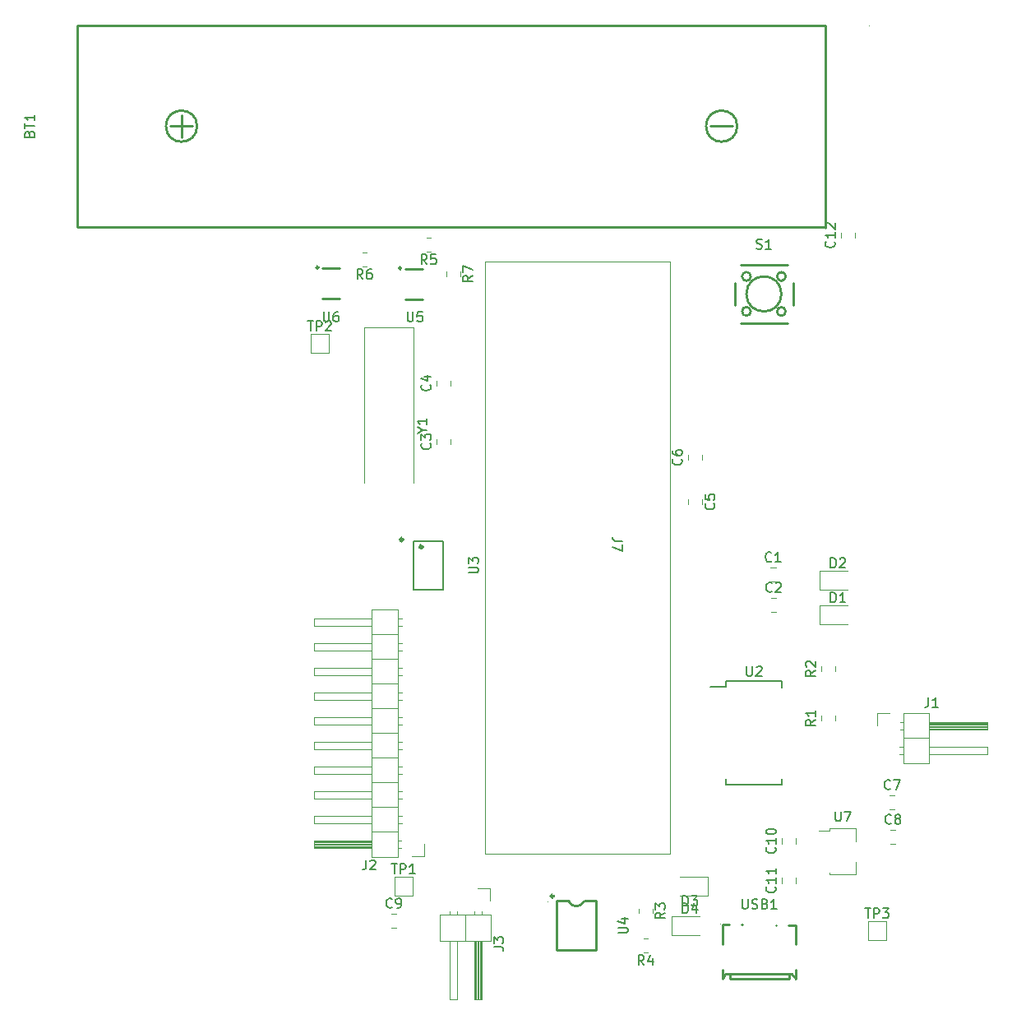
<source format=gbr>
%TF.GenerationSoftware,KiCad,Pcbnew,(7.0.0)*%
%TF.CreationDate,2023-03-21T11:28:41+02:00*%
%TF.ProjectId,EEE3088_design_project,45454533-3038-4385-9f64-657369676e5f,1.0*%
%TF.SameCoordinates,Original*%
%TF.FileFunction,Legend,Top*%
%TF.FilePolarity,Positive*%
%FSLAX46Y46*%
G04 Gerber Fmt 4.6, Leading zero omitted, Abs format (unit mm)*
G04 Created by KiCad (PCBNEW (7.0.0)) date 2023-03-21 11:28:41*
%MOMM*%
%LPD*%
G01*
G04 APERTURE LIST*
%ADD10C,0.150000*%
%ADD11C,0.120000*%
%ADD12C,0.254000*%
%ADD13C,0.059995*%
%ADD14C,0.152400*%
%ADD15C,0.300000*%
G04 APERTURE END LIST*
D10*
%TO.C,U7*%
X173482095Y-139123380D02*
X173482095Y-139932904D01*
X173482095Y-139932904D02*
X173529714Y-140028142D01*
X173529714Y-140028142D02*
X173577333Y-140075761D01*
X173577333Y-140075761D02*
X173672571Y-140123380D01*
X173672571Y-140123380D02*
X173863047Y-140123380D01*
X173863047Y-140123380D02*
X173958285Y-140075761D01*
X173958285Y-140075761D02*
X174005904Y-140028142D01*
X174005904Y-140028142D02*
X174053523Y-139932904D01*
X174053523Y-139932904D02*
X174053523Y-139123380D01*
X174434476Y-139123380D02*
X175101142Y-139123380D01*
X175101142Y-139123380D02*
X174672571Y-140123380D01*
%TO.C,R4*%
X153773333Y-154925380D02*
X153440000Y-154449190D01*
X153201905Y-154925380D02*
X153201905Y-153925380D01*
X153201905Y-153925380D02*
X153582857Y-153925380D01*
X153582857Y-153925380D02*
X153678095Y-153973000D01*
X153678095Y-153973000D02*
X153725714Y-154020619D01*
X153725714Y-154020619D02*
X153773333Y-154115857D01*
X153773333Y-154115857D02*
X153773333Y-154258714D01*
X153773333Y-154258714D02*
X153725714Y-154353952D01*
X153725714Y-154353952D02*
X153678095Y-154401571D01*
X153678095Y-154401571D02*
X153582857Y-154449190D01*
X153582857Y-154449190D02*
X153201905Y-154449190D01*
X154630476Y-154258714D02*
X154630476Y-154925380D01*
X154392381Y-153877761D02*
X154154286Y-154592047D01*
X154154286Y-154592047D02*
X154773333Y-154592047D01*
%TO.C,C8*%
X179223333Y-140324142D02*
X179175714Y-140371761D01*
X179175714Y-140371761D02*
X179032857Y-140419380D01*
X179032857Y-140419380D02*
X178937619Y-140419380D01*
X178937619Y-140419380D02*
X178794762Y-140371761D01*
X178794762Y-140371761D02*
X178699524Y-140276523D01*
X178699524Y-140276523D02*
X178651905Y-140181285D01*
X178651905Y-140181285D02*
X178604286Y-139990809D01*
X178604286Y-139990809D02*
X178604286Y-139847952D01*
X178604286Y-139847952D02*
X178651905Y-139657476D01*
X178651905Y-139657476D02*
X178699524Y-139562238D01*
X178699524Y-139562238D02*
X178794762Y-139467000D01*
X178794762Y-139467000D02*
X178937619Y-139419380D01*
X178937619Y-139419380D02*
X179032857Y-139419380D01*
X179032857Y-139419380D02*
X179175714Y-139467000D01*
X179175714Y-139467000D02*
X179223333Y-139514619D01*
X179794762Y-139847952D02*
X179699524Y-139800333D01*
X179699524Y-139800333D02*
X179651905Y-139752714D01*
X179651905Y-139752714D02*
X179604286Y-139657476D01*
X179604286Y-139657476D02*
X179604286Y-139609857D01*
X179604286Y-139609857D02*
X179651905Y-139514619D01*
X179651905Y-139514619D02*
X179699524Y-139467000D01*
X179699524Y-139467000D02*
X179794762Y-139419380D01*
X179794762Y-139419380D02*
X179985238Y-139419380D01*
X179985238Y-139419380D02*
X180080476Y-139467000D01*
X180080476Y-139467000D02*
X180128095Y-139514619D01*
X180128095Y-139514619D02*
X180175714Y-139609857D01*
X180175714Y-139609857D02*
X180175714Y-139657476D01*
X180175714Y-139657476D02*
X180128095Y-139752714D01*
X180128095Y-139752714D02*
X180080476Y-139800333D01*
X180080476Y-139800333D02*
X179985238Y-139847952D01*
X179985238Y-139847952D02*
X179794762Y-139847952D01*
X179794762Y-139847952D02*
X179699524Y-139895571D01*
X179699524Y-139895571D02*
X179651905Y-139943190D01*
X179651905Y-139943190D02*
X179604286Y-140038428D01*
X179604286Y-140038428D02*
X179604286Y-140228904D01*
X179604286Y-140228904D02*
X179651905Y-140324142D01*
X179651905Y-140324142D02*
X179699524Y-140371761D01*
X179699524Y-140371761D02*
X179794762Y-140419380D01*
X179794762Y-140419380D02*
X179985238Y-140419380D01*
X179985238Y-140419380D02*
X180080476Y-140371761D01*
X180080476Y-140371761D02*
X180128095Y-140324142D01*
X180128095Y-140324142D02*
X180175714Y-140228904D01*
X180175714Y-140228904D02*
X180175714Y-140038428D01*
X180175714Y-140038428D02*
X180128095Y-139943190D01*
X180128095Y-139943190D02*
X180080476Y-139895571D01*
X180080476Y-139895571D02*
X179985238Y-139847952D01*
%TO.C,J3*%
X138289380Y-153054333D02*
X139003666Y-153054333D01*
X139003666Y-153054333D02*
X139146523Y-153101952D01*
X139146523Y-153101952D02*
X139241761Y-153197190D01*
X139241761Y-153197190D02*
X139289380Y-153340047D01*
X139289380Y-153340047D02*
X139289380Y-153435285D01*
X138289380Y-152673380D02*
X138289380Y-152054333D01*
X138289380Y-152054333D02*
X138670333Y-152387666D01*
X138670333Y-152387666D02*
X138670333Y-152244809D01*
X138670333Y-152244809D02*
X138717952Y-152149571D01*
X138717952Y-152149571D02*
X138765571Y-152101952D01*
X138765571Y-152101952D02*
X138860809Y-152054333D01*
X138860809Y-152054333D02*
X139098904Y-152054333D01*
X139098904Y-152054333D02*
X139194142Y-152101952D01*
X139194142Y-152101952D02*
X139241761Y-152149571D01*
X139241761Y-152149571D02*
X139289380Y-152244809D01*
X139289380Y-152244809D02*
X139289380Y-152530523D01*
X139289380Y-152530523D02*
X139241761Y-152625761D01*
X139241761Y-152625761D02*
X139194142Y-152673380D01*
%TO.C,C10*%
X167248142Y-142816857D02*
X167295761Y-142864476D01*
X167295761Y-142864476D02*
X167343380Y-143007333D01*
X167343380Y-143007333D02*
X167343380Y-143102571D01*
X167343380Y-143102571D02*
X167295761Y-143245428D01*
X167295761Y-143245428D02*
X167200523Y-143340666D01*
X167200523Y-143340666D02*
X167105285Y-143388285D01*
X167105285Y-143388285D02*
X166914809Y-143435904D01*
X166914809Y-143435904D02*
X166771952Y-143435904D01*
X166771952Y-143435904D02*
X166581476Y-143388285D01*
X166581476Y-143388285D02*
X166486238Y-143340666D01*
X166486238Y-143340666D02*
X166391000Y-143245428D01*
X166391000Y-143245428D02*
X166343380Y-143102571D01*
X166343380Y-143102571D02*
X166343380Y-143007333D01*
X166343380Y-143007333D02*
X166391000Y-142864476D01*
X166391000Y-142864476D02*
X166438619Y-142816857D01*
X167343380Y-141864476D02*
X167343380Y-142435904D01*
X167343380Y-142150190D02*
X166343380Y-142150190D01*
X166343380Y-142150190D02*
X166486238Y-142245428D01*
X166486238Y-142245428D02*
X166581476Y-142340666D01*
X166581476Y-142340666D02*
X166629095Y-142435904D01*
X166343380Y-141245428D02*
X166343380Y-141150190D01*
X166343380Y-141150190D02*
X166391000Y-141054952D01*
X166391000Y-141054952D02*
X166438619Y-141007333D01*
X166438619Y-141007333D02*
X166533857Y-140959714D01*
X166533857Y-140959714D02*
X166724333Y-140912095D01*
X166724333Y-140912095D02*
X166962428Y-140912095D01*
X166962428Y-140912095D02*
X167152904Y-140959714D01*
X167152904Y-140959714D02*
X167248142Y-141007333D01*
X167248142Y-141007333D02*
X167295761Y-141054952D01*
X167295761Y-141054952D02*
X167343380Y-141150190D01*
X167343380Y-141150190D02*
X167343380Y-141245428D01*
X167343380Y-141245428D02*
X167295761Y-141340666D01*
X167295761Y-141340666D02*
X167248142Y-141388285D01*
X167248142Y-141388285D02*
X167152904Y-141435904D01*
X167152904Y-141435904D02*
X166962428Y-141483523D01*
X166962428Y-141483523D02*
X166724333Y-141483523D01*
X166724333Y-141483523D02*
X166533857Y-141435904D01*
X166533857Y-141435904D02*
X166438619Y-141388285D01*
X166438619Y-141388285D02*
X166391000Y-141340666D01*
X166391000Y-141340666D02*
X166343380Y-141245428D01*
%TO.C,C1*%
X166903833Y-113338142D02*
X166856214Y-113385761D01*
X166856214Y-113385761D02*
X166713357Y-113433380D01*
X166713357Y-113433380D02*
X166618119Y-113433380D01*
X166618119Y-113433380D02*
X166475262Y-113385761D01*
X166475262Y-113385761D02*
X166380024Y-113290523D01*
X166380024Y-113290523D02*
X166332405Y-113195285D01*
X166332405Y-113195285D02*
X166284786Y-113004809D01*
X166284786Y-113004809D02*
X166284786Y-112861952D01*
X166284786Y-112861952D02*
X166332405Y-112671476D01*
X166332405Y-112671476D02*
X166380024Y-112576238D01*
X166380024Y-112576238D02*
X166475262Y-112481000D01*
X166475262Y-112481000D02*
X166618119Y-112433380D01*
X166618119Y-112433380D02*
X166713357Y-112433380D01*
X166713357Y-112433380D02*
X166856214Y-112481000D01*
X166856214Y-112481000D02*
X166903833Y-112528619D01*
X167856214Y-113433380D02*
X167284786Y-113433380D01*
X167570500Y-113433380D02*
X167570500Y-112433380D01*
X167570500Y-112433380D02*
X167475262Y-112576238D01*
X167475262Y-112576238D02*
X167380024Y-112671476D01*
X167380024Y-112671476D02*
X167284786Y-112719095D01*
%TO.C,TP1*%
X127770095Y-144531380D02*
X128341523Y-144531380D01*
X128055809Y-145531380D02*
X128055809Y-144531380D01*
X128674857Y-145531380D02*
X128674857Y-144531380D01*
X128674857Y-144531380D02*
X129055809Y-144531380D01*
X129055809Y-144531380D02*
X129151047Y-144579000D01*
X129151047Y-144579000D02*
X129198666Y-144626619D01*
X129198666Y-144626619D02*
X129246285Y-144721857D01*
X129246285Y-144721857D02*
X129246285Y-144864714D01*
X129246285Y-144864714D02*
X129198666Y-144959952D01*
X129198666Y-144959952D02*
X129151047Y-145007571D01*
X129151047Y-145007571D02*
X129055809Y-145055190D01*
X129055809Y-145055190D02*
X128674857Y-145055190D01*
X130198666Y-145531380D02*
X129627238Y-145531380D01*
X129912952Y-145531380D02*
X129912952Y-144531380D01*
X129912952Y-144531380D02*
X129817714Y-144674238D01*
X129817714Y-144674238D02*
X129722476Y-144769476D01*
X129722476Y-144769476D02*
X129627238Y-144817095D01*
%TO.C,C2*%
X166965333Y-116448142D02*
X166917714Y-116495761D01*
X166917714Y-116495761D02*
X166774857Y-116543380D01*
X166774857Y-116543380D02*
X166679619Y-116543380D01*
X166679619Y-116543380D02*
X166536762Y-116495761D01*
X166536762Y-116495761D02*
X166441524Y-116400523D01*
X166441524Y-116400523D02*
X166393905Y-116305285D01*
X166393905Y-116305285D02*
X166346286Y-116114809D01*
X166346286Y-116114809D02*
X166346286Y-115971952D01*
X166346286Y-115971952D02*
X166393905Y-115781476D01*
X166393905Y-115781476D02*
X166441524Y-115686238D01*
X166441524Y-115686238D02*
X166536762Y-115591000D01*
X166536762Y-115591000D02*
X166679619Y-115543380D01*
X166679619Y-115543380D02*
X166774857Y-115543380D01*
X166774857Y-115543380D02*
X166917714Y-115591000D01*
X166917714Y-115591000D02*
X166965333Y-115638619D01*
X167346286Y-115638619D02*
X167393905Y-115591000D01*
X167393905Y-115591000D02*
X167489143Y-115543380D01*
X167489143Y-115543380D02*
X167727238Y-115543380D01*
X167727238Y-115543380D02*
X167822476Y-115591000D01*
X167822476Y-115591000D02*
X167870095Y-115638619D01*
X167870095Y-115638619D02*
X167917714Y-115733857D01*
X167917714Y-115733857D02*
X167917714Y-115829095D01*
X167917714Y-115829095D02*
X167870095Y-115971952D01*
X167870095Y-115971952D02*
X167298667Y-116543380D01*
X167298667Y-116543380D02*
X167917714Y-116543380D01*
%TO.C,D1*%
X172988905Y-117589380D02*
X172988905Y-116589380D01*
X172988905Y-116589380D02*
X173227000Y-116589380D01*
X173227000Y-116589380D02*
X173369857Y-116637000D01*
X173369857Y-116637000D02*
X173465095Y-116732238D01*
X173465095Y-116732238D02*
X173512714Y-116827476D01*
X173512714Y-116827476D02*
X173560333Y-117017952D01*
X173560333Y-117017952D02*
X173560333Y-117160809D01*
X173560333Y-117160809D02*
X173512714Y-117351285D01*
X173512714Y-117351285D02*
X173465095Y-117446523D01*
X173465095Y-117446523D02*
X173369857Y-117541761D01*
X173369857Y-117541761D02*
X173227000Y-117589380D01*
X173227000Y-117589380D02*
X172988905Y-117589380D01*
X174512714Y-117589380D02*
X173941286Y-117589380D01*
X174227000Y-117589380D02*
X174227000Y-116589380D01*
X174227000Y-116589380D02*
X174131762Y-116732238D01*
X174131762Y-116732238D02*
X174036524Y-116827476D01*
X174036524Y-116827476D02*
X173941286Y-116875095D01*
%TO.C,R5*%
X131421333Y-82789380D02*
X131088000Y-82313190D01*
X130849905Y-82789380D02*
X130849905Y-81789380D01*
X130849905Y-81789380D02*
X131230857Y-81789380D01*
X131230857Y-81789380D02*
X131326095Y-81837000D01*
X131326095Y-81837000D02*
X131373714Y-81884619D01*
X131373714Y-81884619D02*
X131421333Y-81979857D01*
X131421333Y-81979857D02*
X131421333Y-82122714D01*
X131421333Y-82122714D02*
X131373714Y-82217952D01*
X131373714Y-82217952D02*
X131326095Y-82265571D01*
X131326095Y-82265571D02*
X131230857Y-82313190D01*
X131230857Y-82313190D02*
X130849905Y-82313190D01*
X132326095Y-81789380D02*
X131849905Y-81789380D01*
X131849905Y-81789380D02*
X131802286Y-82265571D01*
X131802286Y-82265571D02*
X131849905Y-82217952D01*
X131849905Y-82217952D02*
X131945143Y-82170333D01*
X131945143Y-82170333D02*
X132183238Y-82170333D01*
X132183238Y-82170333D02*
X132278476Y-82217952D01*
X132278476Y-82217952D02*
X132326095Y-82265571D01*
X132326095Y-82265571D02*
X132373714Y-82360809D01*
X132373714Y-82360809D02*
X132373714Y-82598904D01*
X132373714Y-82598904D02*
X132326095Y-82694142D01*
X132326095Y-82694142D02*
X132278476Y-82741761D01*
X132278476Y-82741761D02*
X132183238Y-82789380D01*
X132183238Y-82789380D02*
X131945143Y-82789380D01*
X131945143Y-82789380D02*
X131849905Y-82741761D01*
X131849905Y-82741761D02*
X131802286Y-82694142D01*
%TO.C,C12*%
X173344142Y-80464857D02*
X173391761Y-80512476D01*
X173391761Y-80512476D02*
X173439380Y-80655333D01*
X173439380Y-80655333D02*
X173439380Y-80750571D01*
X173439380Y-80750571D02*
X173391761Y-80893428D01*
X173391761Y-80893428D02*
X173296523Y-80988666D01*
X173296523Y-80988666D02*
X173201285Y-81036285D01*
X173201285Y-81036285D02*
X173010809Y-81083904D01*
X173010809Y-81083904D02*
X172867952Y-81083904D01*
X172867952Y-81083904D02*
X172677476Y-81036285D01*
X172677476Y-81036285D02*
X172582238Y-80988666D01*
X172582238Y-80988666D02*
X172487000Y-80893428D01*
X172487000Y-80893428D02*
X172439380Y-80750571D01*
X172439380Y-80750571D02*
X172439380Y-80655333D01*
X172439380Y-80655333D02*
X172487000Y-80512476D01*
X172487000Y-80512476D02*
X172534619Y-80464857D01*
X173439380Y-79512476D02*
X173439380Y-80083904D01*
X173439380Y-79798190D02*
X172439380Y-79798190D01*
X172439380Y-79798190D02*
X172582238Y-79893428D01*
X172582238Y-79893428D02*
X172677476Y-79988666D01*
X172677476Y-79988666D02*
X172725095Y-80083904D01*
X172534619Y-79131523D02*
X172487000Y-79083904D01*
X172487000Y-79083904D02*
X172439380Y-78988666D01*
X172439380Y-78988666D02*
X172439380Y-78750571D01*
X172439380Y-78750571D02*
X172487000Y-78655333D01*
X172487000Y-78655333D02*
X172534619Y-78607714D01*
X172534619Y-78607714D02*
X172629857Y-78560095D01*
X172629857Y-78560095D02*
X172725095Y-78560095D01*
X172725095Y-78560095D02*
X172867952Y-78607714D01*
X172867952Y-78607714D02*
X173439380Y-79179142D01*
X173439380Y-79179142D02*
X173439380Y-78560095D01*
%TO.C,U5*%
X129410044Y-87693342D02*
X129410044Y-88502866D01*
X129410044Y-88502866D02*
X129457663Y-88598104D01*
X129457663Y-88598104D02*
X129505282Y-88645723D01*
X129505282Y-88645723D02*
X129600520Y-88693342D01*
X129600520Y-88693342D02*
X129790996Y-88693342D01*
X129790996Y-88693342D02*
X129886234Y-88645723D01*
X129886234Y-88645723D02*
X129933853Y-88598104D01*
X129933853Y-88598104D02*
X129981472Y-88502866D01*
X129981472Y-88502866D02*
X129981472Y-87693342D01*
X130933853Y-87693342D02*
X130457663Y-87693342D01*
X130457663Y-87693342D02*
X130410044Y-88169533D01*
X130410044Y-88169533D02*
X130457663Y-88121914D01*
X130457663Y-88121914D02*
X130552901Y-88074295D01*
X130552901Y-88074295D02*
X130790996Y-88074295D01*
X130790996Y-88074295D02*
X130886234Y-88121914D01*
X130886234Y-88121914D02*
X130933853Y-88169533D01*
X130933853Y-88169533D02*
X130981472Y-88264771D01*
X130981472Y-88264771D02*
X130981472Y-88502866D01*
X130981472Y-88502866D02*
X130933853Y-88598104D01*
X130933853Y-88598104D02*
X130886234Y-88645723D01*
X130886234Y-88645723D02*
X130790996Y-88693342D01*
X130790996Y-88693342D02*
X130552901Y-88693342D01*
X130552901Y-88693342D02*
X130457663Y-88645723D01*
X130457663Y-88645723D02*
X130410044Y-88598104D01*
%TO.C,S1*%
X165354095Y-81171761D02*
X165496952Y-81219380D01*
X165496952Y-81219380D02*
X165735047Y-81219380D01*
X165735047Y-81219380D02*
X165830285Y-81171761D01*
X165830285Y-81171761D02*
X165877904Y-81124142D01*
X165877904Y-81124142D02*
X165925523Y-81028904D01*
X165925523Y-81028904D02*
X165925523Y-80933666D01*
X165925523Y-80933666D02*
X165877904Y-80838428D01*
X165877904Y-80838428D02*
X165830285Y-80790809D01*
X165830285Y-80790809D02*
X165735047Y-80743190D01*
X165735047Y-80743190D02*
X165544571Y-80695571D01*
X165544571Y-80695571D02*
X165449333Y-80647952D01*
X165449333Y-80647952D02*
X165401714Y-80600333D01*
X165401714Y-80600333D02*
X165354095Y-80505095D01*
X165354095Y-80505095D02*
X165354095Y-80409857D01*
X165354095Y-80409857D02*
X165401714Y-80314619D01*
X165401714Y-80314619D02*
X165449333Y-80267000D01*
X165449333Y-80267000D02*
X165544571Y-80219380D01*
X165544571Y-80219380D02*
X165782666Y-80219380D01*
X165782666Y-80219380D02*
X165925523Y-80267000D01*
X166877904Y-81219380D02*
X166306476Y-81219380D01*
X166592190Y-81219380D02*
X166592190Y-80219380D01*
X166592190Y-80219380D02*
X166496952Y-80362238D01*
X166496952Y-80362238D02*
X166401714Y-80457476D01*
X166401714Y-80457476D02*
X166306476Y-80505095D01*
%TO.C,J1*%
X183064666Y-127394380D02*
X183064666Y-128108666D01*
X183064666Y-128108666D02*
X183017047Y-128251523D01*
X183017047Y-128251523D02*
X182921809Y-128346761D01*
X182921809Y-128346761D02*
X182778952Y-128394380D01*
X182778952Y-128394380D02*
X182683714Y-128394380D01*
X184064666Y-128394380D02*
X183493238Y-128394380D01*
X183778952Y-128394380D02*
X183778952Y-127394380D01*
X183778952Y-127394380D02*
X183683714Y-127537238D01*
X183683714Y-127537238D02*
X183588476Y-127632476D01*
X183588476Y-127632476D02*
X183493238Y-127680095D01*
%TO.C,C5*%
X160956142Y-107420666D02*
X161003761Y-107468285D01*
X161003761Y-107468285D02*
X161051380Y-107611142D01*
X161051380Y-107611142D02*
X161051380Y-107706380D01*
X161051380Y-107706380D02*
X161003761Y-107849237D01*
X161003761Y-107849237D02*
X160908523Y-107944475D01*
X160908523Y-107944475D02*
X160813285Y-107992094D01*
X160813285Y-107992094D02*
X160622809Y-108039713D01*
X160622809Y-108039713D02*
X160479952Y-108039713D01*
X160479952Y-108039713D02*
X160289476Y-107992094D01*
X160289476Y-107992094D02*
X160194238Y-107944475D01*
X160194238Y-107944475D02*
X160099000Y-107849237D01*
X160099000Y-107849237D02*
X160051380Y-107706380D01*
X160051380Y-107706380D02*
X160051380Y-107611142D01*
X160051380Y-107611142D02*
X160099000Y-107468285D01*
X160099000Y-107468285D02*
X160146619Y-107420666D01*
X160051380Y-106515904D02*
X160051380Y-106992094D01*
X160051380Y-106992094D02*
X160527571Y-107039713D01*
X160527571Y-107039713D02*
X160479952Y-106992094D01*
X160479952Y-106992094D02*
X160432333Y-106896856D01*
X160432333Y-106896856D02*
X160432333Y-106658761D01*
X160432333Y-106658761D02*
X160479952Y-106563523D01*
X160479952Y-106563523D02*
X160527571Y-106515904D01*
X160527571Y-106515904D02*
X160622809Y-106468285D01*
X160622809Y-106468285D02*
X160860904Y-106468285D01*
X160860904Y-106468285D02*
X160956142Y-106515904D01*
X160956142Y-106515904D02*
X161003761Y-106563523D01*
X161003761Y-106563523D02*
X161051380Y-106658761D01*
X161051380Y-106658761D02*
X161051380Y-106896856D01*
X161051380Y-106896856D02*
X161003761Y-106992094D01*
X161003761Y-106992094D02*
X160956142Y-107039713D01*
%TO.C,U6*%
X120774044Y-87687253D02*
X120774044Y-88496777D01*
X120774044Y-88496777D02*
X120821663Y-88592015D01*
X120821663Y-88592015D02*
X120869282Y-88639634D01*
X120869282Y-88639634D02*
X120964520Y-88687253D01*
X120964520Y-88687253D02*
X121154996Y-88687253D01*
X121154996Y-88687253D02*
X121250234Y-88639634D01*
X121250234Y-88639634D02*
X121297853Y-88592015D01*
X121297853Y-88592015D02*
X121345472Y-88496777D01*
X121345472Y-88496777D02*
X121345472Y-87687253D01*
X122250234Y-87687253D02*
X122059758Y-87687253D01*
X122059758Y-87687253D02*
X121964520Y-87734873D01*
X121964520Y-87734873D02*
X121916901Y-87782492D01*
X121916901Y-87782492D02*
X121821663Y-87925349D01*
X121821663Y-87925349D02*
X121774044Y-88115825D01*
X121774044Y-88115825D02*
X121774044Y-88496777D01*
X121774044Y-88496777D02*
X121821663Y-88592015D01*
X121821663Y-88592015D02*
X121869282Y-88639634D01*
X121869282Y-88639634D02*
X121964520Y-88687253D01*
X121964520Y-88687253D02*
X122154996Y-88687253D01*
X122154996Y-88687253D02*
X122250234Y-88639634D01*
X122250234Y-88639634D02*
X122297853Y-88592015D01*
X122297853Y-88592015D02*
X122345472Y-88496777D01*
X122345472Y-88496777D02*
X122345472Y-88258682D01*
X122345472Y-88258682D02*
X122297853Y-88163444D01*
X122297853Y-88163444D02*
X122250234Y-88115825D01*
X122250234Y-88115825D02*
X122154996Y-88068206D01*
X122154996Y-88068206D02*
X121964520Y-88068206D01*
X121964520Y-88068206D02*
X121869282Y-88115825D01*
X121869282Y-88115825D02*
X121821663Y-88163444D01*
X121821663Y-88163444D02*
X121774044Y-88258682D01*
%TO.C,D4*%
X157748905Y-149593380D02*
X157748905Y-148593380D01*
X157748905Y-148593380D02*
X157987000Y-148593380D01*
X157987000Y-148593380D02*
X158129857Y-148641000D01*
X158129857Y-148641000D02*
X158225095Y-148736238D01*
X158225095Y-148736238D02*
X158272714Y-148831476D01*
X158272714Y-148831476D02*
X158320333Y-149021952D01*
X158320333Y-149021952D02*
X158320333Y-149164809D01*
X158320333Y-149164809D02*
X158272714Y-149355285D01*
X158272714Y-149355285D02*
X158225095Y-149450523D01*
X158225095Y-149450523D02*
X158129857Y-149545761D01*
X158129857Y-149545761D02*
X157987000Y-149593380D01*
X157987000Y-149593380D02*
X157748905Y-149593380D01*
X159177476Y-148926714D02*
X159177476Y-149593380D01*
X158939381Y-148545761D02*
X158701286Y-149260047D01*
X158701286Y-149260047D02*
X159320333Y-149260047D01*
%TO.C,USB1*%
X163889908Y-148150551D02*
X163889908Y-148960075D01*
X163889908Y-148960075D02*
X163937527Y-149055313D01*
X163937527Y-149055313D02*
X163985146Y-149102932D01*
X163985146Y-149102932D02*
X164080384Y-149150551D01*
X164080384Y-149150551D02*
X164270860Y-149150551D01*
X164270860Y-149150551D02*
X164366098Y-149102932D01*
X164366098Y-149102932D02*
X164413717Y-149055313D01*
X164413717Y-149055313D02*
X164461336Y-148960075D01*
X164461336Y-148960075D02*
X164461336Y-148150551D01*
X164889908Y-149102932D02*
X165032765Y-149150551D01*
X165032765Y-149150551D02*
X165270860Y-149150551D01*
X165270860Y-149150551D02*
X165366098Y-149102932D01*
X165366098Y-149102932D02*
X165413717Y-149055313D01*
X165413717Y-149055313D02*
X165461336Y-148960075D01*
X165461336Y-148960075D02*
X165461336Y-148864837D01*
X165461336Y-148864837D02*
X165413717Y-148769599D01*
X165413717Y-148769599D02*
X165366098Y-148721980D01*
X165366098Y-148721980D02*
X165270860Y-148674361D01*
X165270860Y-148674361D02*
X165080384Y-148626742D01*
X165080384Y-148626742D02*
X164985146Y-148579123D01*
X164985146Y-148579123D02*
X164937527Y-148531504D01*
X164937527Y-148531504D02*
X164889908Y-148436266D01*
X164889908Y-148436266D02*
X164889908Y-148341028D01*
X164889908Y-148341028D02*
X164937527Y-148245790D01*
X164937527Y-148245790D02*
X164985146Y-148198171D01*
X164985146Y-148198171D02*
X165080384Y-148150551D01*
X165080384Y-148150551D02*
X165318479Y-148150551D01*
X165318479Y-148150551D02*
X165461336Y-148198171D01*
X166223241Y-148626742D02*
X166366098Y-148674361D01*
X166366098Y-148674361D02*
X166413717Y-148721980D01*
X166413717Y-148721980D02*
X166461336Y-148817218D01*
X166461336Y-148817218D02*
X166461336Y-148960075D01*
X166461336Y-148960075D02*
X166413717Y-149055313D01*
X166413717Y-149055313D02*
X166366098Y-149102932D01*
X166366098Y-149102932D02*
X166270860Y-149150551D01*
X166270860Y-149150551D02*
X165889908Y-149150551D01*
X165889908Y-149150551D02*
X165889908Y-148150551D01*
X165889908Y-148150551D02*
X166223241Y-148150551D01*
X166223241Y-148150551D02*
X166318479Y-148198171D01*
X166318479Y-148198171D02*
X166366098Y-148245790D01*
X166366098Y-148245790D02*
X166413717Y-148341028D01*
X166413717Y-148341028D02*
X166413717Y-148436266D01*
X166413717Y-148436266D02*
X166366098Y-148531504D01*
X166366098Y-148531504D02*
X166318479Y-148579123D01*
X166318479Y-148579123D02*
X166223241Y-148626742D01*
X166223241Y-148626742D02*
X165889908Y-148626742D01*
X167413717Y-149150551D02*
X166842289Y-149150551D01*
X167128003Y-149150551D02*
X167128003Y-148150551D01*
X167128003Y-148150551D02*
X167032765Y-148293409D01*
X167032765Y-148293409D02*
X166937527Y-148388647D01*
X166937527Y-148388647D02*
X166842289Y-148436266D01*
%TO.C,C9*%
X127827833Y-148960142D02*
X127780214Y-149007761D01*
X127780214Y-149007761D02*
X127637357Y-149055380D01*
X127637357Y-149055380D02*
X127542119Y-149055380D01*
X127542119Y-149055380D02*
X127399262Y-149007761D01*
X127399262Y-149007761D02*
X127304024Y-148912523D01*
X127304024Y-148912523D02*
X127256405Y-148817285D01*
X127256405Y-148817285D02*
X127208786Y-148626809D01*
X127208786Y-148626809D02*
X127208786Y-148483952D01*
X127208786Y-148483952D02*
X127256405Y-148293476D01*
X127256405Y-148293476D02*
X127304024Y-148198238D01*
X127304024Y-148198238D02*
X127399262Y-148103000D01*
X127399262Y-148103000D02*
X127542119Y-148055380D01*
X127542119Y-148055380D02*
X127637357Y-148055380D01*
X127637357Y-148055380D02*
X127780214Y-148103000D01*
X127780214Y-148103000D02*
X127827833Y-148150619D01*
X128304024Y-149055380D02*
X128494500Y-149055380D01*
X128494500Y-149055380D02*
X128589738Y-149007761D01*
X128589738Y-149007761D02*
X128637357Y-148960142D01*
X128637357Y-148960142D02*
X128732595Y-148817285D01*
X128732595Y-148817285D02*
X128780214Y-148626809D01*
X128780214Y-148626809D02*
X128780214Y-148245857D01*
X128780214Y-148245857D02*
X128732595Y-148150619D01*
X128732595Y-148150619D02*
X128684976Y-148103000D01*
X128684976Y-148103000D02*
X128589738Y-148055380D01*
X128589738Y-148055380D02*
X128399262Y-148055380D01*
X128399262Y-148055380D02*
X128304024Y-148103000D01*
X128304024Y-148103000D02*
X128256405Y-148150619D01*
X128256405Y-148150619D02*
X128208786Y-148245857D01*
X128208786Y-148245857D02*
X128208786Y-148483952D01*
X128208786Y-148483952D02*
X128256405Y-148579190D01*
X128256405Y-148579190D02*
X128304024Y-148626809D01*
X128304024Y-148626809D02*
X128399262Y-148674428D01*
X128399262Y-148674428D02*
X128589738Y-148674428D01*
X128589738Y-148674428D02*
X128684976Y-148626809D01*
X128684976Y-148626809D02*
X128732595Y-148579190D01*
X128732595Y-148579190D02*
X128780214Y-148483952D01*
%TO.C,R2*%
X171437380Y-124610666D02*
X170961190Y-124943999D01*
X171437380Y-125182094D02*
X170437380Y-125182094D01*
X170437380Y-125182094D02*
X170437380Y-124801142D01*
X170437380Y-124801142D02*
X170485000Y-124705904D01*
X170485000Y-124705904D02*
X170532619Y-124658285D01*
X170532619Y-124658285D02*
X170627857Y-124610666D01*
X170627857Y-124610666D02*
X170770714Y-124610666D01*
X170770714Y-124610666D02*
X170865952Y-124658285D01*
X170865952Y-124658285D02*
X170913571Y-124705904D01*
X170913571Y-124705904D02*
X170961190Y-124801142D01*
X170961190Y-124801142D02*
X170961190Y-125182094D01*
X170532619Y-124229713D02*
X170485000Y-124182094D01*
X170485000Y-124182094D02*
X170437380Y-124086856D01*
X170437380Y-124086856D02*
X170437380Y-123848761D01*
X170437380Y-123848761D02*
X170485000Y-123753523D01*
X170485000Y-123753523D02*
X170532619Y-123705904D01*
X170532619Y-123705904D02*
X170627857Y-123658285D01*
X170627857Y-123658285D02*
X170723095Y-123658285D01*
X170723095Y-123658285D02*
X170865952Y-123705904D01*
X170865952Y-123705904D02*
X171437380Y-124277332D01*
X171437380Y-124277332D02*
X171437380Y-123658285D01*
%TO.C,C7*%
X179135833Y-136768142D02*
X179088214Y-136815761D01*
X179088214Y-136815761D02*
X178945357Y-136863380D01*
X178945357Y-136863380D02*
X178850119Y-136863380D01*
X178850119Y-136863380D02*
X178707262Y-136815761D01*
X178707262Y-136815761D02*
X178612024Y-136720523D01*
X178612024Y-136720523D02*
X178564405Y-136625285D01*
X178564405Y-136625285D02*
X178516786Y-136434809D01*
X178516786Y-136434809D02*
X178516786Y-136291952D01*
X178516786Y-136291952D02*
X178564405Y-136101476D01*
X178564405Y-136101476D02*
X178612024Y-136006238D01*
X178612024Y-136006238D02*
X178707262Y-135911000D01*
X178707262Y-135911000D02*
X178850119Y-135863380D01*
X178850119Y-135863380D02*
X178945357Y-135863380D01*
X178945357Y-135863380D02*
X179088214Y-135911000D01*
X179088214Y-135911000D02*
X179135833Y-135958619D01*
X179469167Y-135863380D02*
X180135833Y-135863380D01*
X180135833Y-135863380D02*
X179707262Y-136863380D01*
%TO.C,D3*%
X157748905Y-148829380D02*
X157748905Y-147829380D01*
X157748905Y-147829380D02*
X157987000Y-147829380D01*
X157987000Y-147829380D02*
X158129857Y-147877000D01*
X158129857Y-147877000D02*
X158225095Y-147972238D01*
X158225095Y-147972238D02*
X158272714Y-148067476D01*
X158272714Y-148067476D02*
X158320333Y-148257952D01*
X158320333Y-148257952D02*
X158320333Y-148400809D01*
X158320333Y-148400809D02*
X158272714Y-148591285D01*
X158272714Y-148591285D02*
X158225095Y-148686523D01*
X158225095Y-148686523D02*
X158129857Y-148781761D01*
X158129857Y-148781761D02*
X157987000Y-148829380D01*
X157987000Y-148829380D02*
X157748905Y-148829380D01*
X158653667Y-147829380D02*
X159272714Y-147829380D01*
X159272714Y-147829380D02*
X158939381Y-148210333D01*
X158939381Y-148210333D02*
X159082238Y-148210333D01*
X159082238Y-148210333D02*
X159177476Y-148257952D01*
X159177476Y-148257952D02*
X159225095Y-148305571D01*
X159225095Y-148305571D02*
X159272714Y-148400809D01*
X159272714Y-148400809D02*
X159272714Y-148638904D01*
X159272714Y-148638904D02*
X159225095Y-148734142D01*
X159225095Y-148734142D02*
X159177476Y-148781761D01*
X159177476Y-148781761D02*
X159082238Y-148829380D01*
X159082238Y-148829380D02*
X158796524Y-148829380D01*
X158796524Y-148829380D02*
X158701286Y-148781761D01*
X158701286Y-148781761D02*
X158653667Y-148734142D01*
%TO.C,J2*%
X125132666Y-144126380D02*
X125132666Y-144840666D01*
X125132666Y-144840666D02*
X125085047Y-144983523D01*
X125085047Y-144983523D02*
X124989809Y-145078761D01*
X124989809Y-145078761D02*
X124846952Y-145126380D01*
X124846952Y-145126380D02*
X124751714Y-145126380D01*
X125561238Y-144221619D02*
X125608857Y-144174000D01*
X125608857Y-144174000D02*
X125704095Y-144126380D01*
X125704095Y-144126380D02*
X125942190Y-144126380D01*
X125942190Y-144126380D02*
X126037428Y-144174000D01*
X126037428Y-144174000D02*
X126085047Y-144221619D01*
X126085047Y-144221619D02*
X126132666Y-144316857D01*
X126132666Y-144316857D02*
X126132666Y-144412095D01*
X126132666Y-144412095D02*
X126085047Y-144554952D01*
X126085047Y-144554952D02*
X125513619Y-145126380D01*
X125513619Y-145126380D02*
X126132666Y-145126380D01*
%TO.C,R1*%
X171437380Y-129690666D02*
X170961190Y-130023999D01*
X171437380Y-130262094D02*
X170437380Y-130262094D01*
X170437380Y-130262094D02*
X170437380Y-129881142D01*
X170437380Y-129881142D02*
X170485000Y-129785904D01*
X170485000Y-129785904D02*
X170532619Y-129738285D01*
X170532619Y-129738285D02*
X170627857Y-129690666D01*
X170627857Y-129690666D02*
X170770714Y-129690666D01*
X170770714Y-129690666D02*
X170865952Y-129738285D01*
X170865952Y-129738285D02*
X170913571Y-129785904D01*
X170913571Y-129785904D02*
X170961190Y-129881142D01*
X170961190Y-129881142D02*
X170961190Y-130262094D01*
X171437380Y-128738285D02*
X171437380Y-129309713D01*
X171437380Y-129023999D02*
X170437380Y-129023999D01*
X170437380Y-129023999D02*
X170580238Y-129119237D01*
X170580238Y-129119237D02*
X170675476Y-129214475D01*
X170675476Y-129214475D02*
X170723095Y-129309713D01*
%TO.C,D2*%
X172988905Y-114033380D02*
X172988905Y-113033380D01*
X172988905Y-113033380D02*
X173227000Y-113033380D01*
X173227000Y-113033380D02*
X173369857Y-113081000D01*
X173369857Y-113081000D02*
X173465095Y-113176238D01*
X173465095Y-113176238D02*
X173512714Y-113271476D01*
X173512714Y-113271476D02*
X173560333Y-113461952D01*
X173560333Y-113461952D02*
X173560333Y-113604809D01*
X173560333Y-113604809D02*
X173512714Y-113795285D01*
X173512714Y-113795285D02*
X173465095Y-113890523D01*
X173465095Y-113890523D02*
X173369857Y-113985761D01*
X173369857Y-113985761D02*
X173227000Y-114033380D01*
X173227000Y-114033380D02*
X172988905Y-114033380D01*
X173941286Y-113128619D02*
X173988905Y-113081000D01*
X173988905Y-113081000D02*
X174084143Y-113033380D01*
X174084143Y-113033380D02*
X174322238Y-113033380D01*
X174322238Y-113033380D02*
X174417476Y-113081000D01*
X174417476Y-113081000D02*
X174465095Y-113128619D01*
X174465095Y-113128619D02*
X174512714Y-113223857D01*
X174512714Y-113223857D02*
X174512714Y-113319095D01*
X174512714Y-113319095D02*
X174465095Y-113461952D01*
X174465095Y-113461952D02*
X173893667Y-114033380D01*
X173893667Y-114033380D02*
X174512714Y-114033380D01*
%TO.C,C11*%
X167248142Y-146880857D02*
X167295761Y-146928476D01*
X167295761Y-146928476D02*
X167343380Y-147071333D01*
X167343380Y-147071333D02*
X167343380Y-147166571D01*
X167343380Y-147166571D02*
X167295761Y-147309428D01*
X167295761Y-147309428D02*
X167200523Y-147404666D01*
X167200523Y-147404666D02*
X167105285Y-147452285D01*
X167105285Y-147452285D02*
X166914809Y-147499904D01*
X166914809Y-147499904D02*
X166771952Y-147499904D01*
X166771952Y-147499904D02*
X166581476Y-147452285D01*
X166581476Y-147452285D02*
X166486238Y-147404666D01*
X166486238Y-147404666D02*
X166391000Y-147309428D01*
X166391000Y-147309428D02*
X166343380Y-147166571D01*
X166343380Y-147166571D02*
X166343380Y-147071333D01*
X166343380Y-147071333D02*
X166391000Y-146928476D01*
X166391000Y-146928476D02*
X166438619Y-146880857D01*
X167343380Y-145928476D02*
X167343380Y-146499904D01*
X167343380Y-146214190D02*
X166343380Y-146214190D01*
X166343380Y-146214190D02*
X166486238Y-146309428D01*
X166486238Y-146309428D02*
X166581476Y-146404666D01*
X166581476Y-146404666D02*
X166629095Y-146499904D01*
X167343380Y-144976095D02*
X167343380Y-145547523D01*
X167343380Y-145261809D02*
X166343380Y-145261809D01*
X166343380Y-145261809D02*
X166486238Y-145357047D01*
X166486238Y-145357047D02*
X166581476Y-145452285D01*
X166581476Y-145452285D02*
X166629095Y-145547523D01*
%TO.C,U3*%
X135711796Y-114553904D02*
X136521320Y-114553904D01*
X136521320Y-114553904D02*
X136616558Y-114506285D01*
X136616558Y-114506285D02*
X136664177Y-114458666D01*
X136664177Y-114458666D02*
X136711796Y-114363428D01*
X136711796Y-114363428D02*
X136711796Y-114172952D01*
X136711796Y-114172952D02*
X136664177Y-114077714D01*
X136664177Y-114077714D02*
X136616558Y-114030095D01*
X136616558Y-114030095D02*
X136521320Y-113982476D01*
X136521320Y-113982476D02*
X135711796Y-113982476D01*
X135711796Y-113601523D02*
X135711796Y-112982476D01*
X135711796Y-112982476D02*
X136092749Y-113315809D01*
X136092749Y-113315809D02*
X136092749Y-113172952D01*
X136092749Y-113172952D02*
X136140368Y-113077714D01*
X136140368Y-113077714D02*
X136187987Y-113030095D01*
X136187987Y-113030095D02*
X136283225Y-112982476D01*
X136283225Y-112982476D02*
X136521320Y-112982476D01*
X136521320Y-112982476D02*
X136616558Y-113030095D01*
X136616558Y-113030095D02*
X136664177Y-113077714D01*
X136664177Y-113077714D02*
X136711796Y-113172952D01*
X136711796Y-113172952D02*
X136711796Y-113458666D01*
X136711796Y-113458666D02*
X136664177Y-113553904D01*
X136664177Y-113553904D02*
X136616558Y-113601523D01*
%TO.C,BT1*%
X90477205Y-69365714D02*
X90524824Y-69222857D01*
X90524824Y-69222857D02*
X90572443Y-69175238D01*
X90572443Y-69175238D02*
X90667681Y-69127619D01*
X90667681Y-69127619D02*
X90810538Y-69127619D01*
X90810538Y-69127619D02*
X90905776Y-69175238D01*
X90905776Y-69175238D02*
X90953395Y-69222857D01*
X90953395Y-69222857D02*
X91001014Y-69318095D01*
X91001014Y-69318095D02*
X91001014Y-69699047D01*
X91001014Y-69699047D02*
X90001014Y-69699047D01*
X90001014Y-69699047D02*
X90001014Y-69365714D01*
X90001014Y-69365714D02*
X90048634Y-69270476D01*
X90048634Y-69270476D02*
X90096253Y-69222857D01*
X90096253Y-69222857D02*
X90191491Y-69175238D01*
X90191491Y-69175238D02*
X90286729Y-69175238D01*
X90286729Y-69175238D02*
X90381967Y-69222857D01*
X90381967Y-69222857D02*
X90429586Y-69270476D01*
X90429586Y-69270476D02*
X90477205Y-69365714D01*
X90477205Y-69365714D02*
X90477205Y-69699047D01*
X90001014Y-68841904D02*
X90001014Y-68270476D01*
X91001014Y-68556190D02*
X90001014Y-68556190D01*
X91001014Y-67413333D02*
X91001014Y-67984761D01*
X91001014Y-67699047D02*
X90001014Y-67699047D01*
X90001014Y-67699047D02*
X90143872Y-67794285D01*
X90143872Y-67794285D02*
X90239110Y-67889523D01*
X90239110Y-67889523D02*
X90286729Y-67984761D01*
%TO.C,TP3*%
X176538095Y-149103380D02*
X177109523Y-149103380D01*
X176823809Y-150103380D02*
X176823809Y-149103380D01*
X177442857Y-150103380D02*
X177442857Y-149103380D01*
X177442857Y-149103380D02*
X177823809Y-149103380D01*
X177823809Y-149103380D02*
X177919047Y-149151000D01*
X177919047Y-149151000D02*
X177966666Y-149198619D01*
X177966666Y-149198619D02*
X178014285Y-149293857D01*
X178014285Y-149293857D02*
X178014285Y-149436714D01*
X178014285Y-149436714D02*
X177966666Y-149531952D01*
X177966666Y-149531952D02*
X177919047Y-149579571D01*
X177919047Y-149579571D02*
X177823809Y-149627190D01*
X177823809Y-149627190D02*
X177442857Y-149627190D01*
X178347619Y-149103380D02*
X178966666Y-149103380D01*
X178966666Y-149103380D02*
X178633333Y-149484333D01*
X178633333Y-149484333D02*
X178776190Y-149484333D01*
X178776190Y-149484333D02*
X178871428Y-149531952D01*
X178871428Y-149531952D02*
X178919047Y-149579571D01*
X178919047Y-149579571D02*
X178966666Y-149674809D01*
X178966666Y-149674809D02*
X178966666Y-149912904D01*
X178966666Y-149912904D02*
X178919047Y-150008142D01*
X178919047Y-150008142D02*
X178871428Y-150055761D01*
X178871428Y-150055761D02*
X178776190Y-150103380D01*
X178776190Y-150103380D02*
X178490476Y-150103380D01*
X178490476Y-150103380D02*
X178395238Y-150055761D01*
X178395238Y-150055761D02*
X178347619Y-150008142D01*
%TO.C,J7*%
X151526619Y-111306666D02*
X150812333Y-111306666D01*
X150812333Y-111306666D02*
X150669476Y-111259047D01*
X150669476Y-111259047D02*
X150574238Y-111163809D01*
X150574238Y-111163809D02*
X150526619Y-111020952D01*
X150526619Y-111020952D02*
X150526619Y-110925714D01*
X151526619Y-111687619D02*
X151526619Y-112354285D01*
X151526619Y-112354285D02*
X150526619Y-111925714D01*
%TO.C,TP2*%
X119134095Y-88651380D02*
X119705523Y-88651380D01*
X119419809Y-89651380D02*
X119419809Y-88651380D01*
X120038857Y-89651380D02*
X120038857Y-88651380D01*
X120038857Y-88651380D02*
X120419809Y-88651380D01*
X120419809Y-88651380D02*
X120515047Y-88699000D01*
X120515047Y-88699000D02*
X120562666Y-88746619D01*
X120562666Y-88746619D02*
X120610285Y-88841857D01*
X120610285Y-88841857D02*
X120610285Y-88984714D01*
X120610285Y-88984714D02*
X120562666Y-89079952D01*
X120562666Y-89079952D02*
X120515047Y-89127571D01*
X120515047Y-89127571D02*
X120419809Y-89175190D01*
X120419809Y-89175190D02*
X120038857Y-89175190D01*
X120991238Y-88746619D02*
X121038857Y-88699000D01*
X121038857Y-88699000D02*
X121134095Y-88651380D01*
X121134095Y-88651380D02*
X121372190Y-88651380D01*
X121372190Y-88651380D02*
X121467428Y-88699000D01*
X121467428Y-88699000D02*
X121515047Y-88746619D01*
X121515047Y-88746619D02*
X121562666Y-88841857D01*
X121562666Y-88841857D02*
X121562666Y-88937095D01*
X121562666Y-88937095D02*
X121515047Y-89079952D01*
X121515047Y-89079952D02*
X120943619Y-89651380D01*
X120943619Y-89651380D02*
X121562666Y-89651380D01*
%TO.C,R7*%
X136129380Y-83970666D02*
X135653190Y-84303999D01*
X136129380Y-84542094D02*
X135129380Y-84542094D01*
X135129380Y-84542094D02*
X135129380Y-84161142D01*
X135129380Y-84161142D02*
X135177000Y-84065904D01*
X135177000Y-84065904D02*
X135224619Y-84018285D01*
X135224619Y-84018285D02*
X135319857Y-83970666D01*
X135319857Y-83970666D02*
X135462714Y-83970666D01*
X135462714Y-83970666D02*
X135557952Y-84018285D01*
X135557952Y-84018285D02*
X135605571Y-84065904D01*
X135605571Y-84065904D02*
X135653190Y-84161142D01*
X135653190Y-84161142D02*
X135653190Y-84542094D01*
X135129380Y-83637332D02*
X135129380Y-82970666D01*
X135129380Y-82970666D02*
X136129380Y-83399237D01*
%TO.C,C3*%
X131721142Y-101225666D02*
X131768761Y-101273285D01*
X131768761Y-101273285D02*
X131816380Y-101416142D01*
X131816380Y-101416142D02*
X131816380Y-101511380D01*
X131816380Y-101511380D02*
X131768761Y-101654237D01*
X131768761Y-101654237D02*
X131673523Y-101749475D01*
X131673523Y-101749475D02*
X131578285Y-101797094D01*
X131578285Y-101797094D02*
X131387809Y-101844713D01*
X131387809Y-101844713D02*
X131244952Y-101844713D01*
X131244952Y-101844713D02*
X131054476Y-101797094D01*
X131054476Y-101797094D02*
X130959238Y-101749475D01*
X130959238Y-101749475D02*
X130864000Y-101654237D01*
X130864000Y-101654237D02*
X130816380Y-101511380D01*
X130816380Y-101511380D02*
X130816380Y-101416142D01*
X130816380Y-101416142D02*
X130864000Y-101273285D01*
X130864000Y-101273285D02*
X130911619Y-101225666D01*
X130816380Y-100892332D02*
X130816380Y-100273285D01*
X130816380Y-100273285D02*
X131197333Y-100606618D01*
X131197333Y-100606618D02*
X131197333Y-100463761D01*
X131197333Y-100463761D02*
X131244952Y-100368523D01*
X131244952Y-100368523D02*
X131292571Y-100320904D01*
X131292571Y-100320904D02*
X131387809Y-100273285D01*
X131387809Y-100273285D02*
X131625904Y-100273285D01*
X131625904Y-100273285D02*
X131721142Y-100320904D01*
X131721142Y-100320904D02*
X131768761Y-100368523D01*
X131768761Y-100368523D02*
X131816380Y-100463761D01*
X131816380Y-100463761D02*
X131816380Y-100749475D01*
X131816380Y-100749475D02*
X131768761Y-100844713D01*
X131768761Y-100844713D02*
X131721142Y-100892332D01*
%TO.C,U4*%
X151087686Y-151637904D02*
X151897210Y-151637904D01*
X151897210Y-151637904D02*
X151992448Y-151590285D01*
X151992448Y-151590285D02*
X152040067Y-151542666D01*
X152040067Y-151542666D02*
X152087686Y-151447428D01*
X152087686Y-151447428D02*
X152087686Y-151256952D01*
X152087686Y-151256952D02*
X152040067Y-151161714D01*
X152040067Y-151161714D02*
X151992448Y-151114095D01*
X151992448Y-151114095D02*
X151897210Y-151066476D01*
X151897210Y-151066476D02*
X151087686Y-151066476D01*
X151421020Y-150161714D02*
X152087686Y-150161714D01*
X151040067Y-150399809D02*
X151754353Y-150637904D01*
X151754353Y-150637904D02*
X151754353Y-150018857D01*
%TO.C,C4*%
X131721142Y-95195666D02*
X131768761Y-95243285D01*
X131768761Y-95243285D02*
X131816380Y-95386142D01*
X131816380Y-95386142D02*
X131816380Y-95481380D01*
X131816380Y-95481380D02*
X131768761Y-95624237D01*
X131768761Y-95624237D02*
X131673523Y-95719475D01*
X131673523Y-95719475D02*
X131578285Y-95767094D01*
X131578285Y-95767094D02*
X131387809Y-95814713D01*
X131387809Y-95814713D02*
X131244952Y-95814713D01*
X131244952Y-95814713D02*
X131054476Y-95767094D01*
X131054476Y-95767094D02*
X130959238Y-95719475D01*
X130959238Y-95719475D02*
X130864000Y-95624237D01*
X130864000Y-95624237D02*
X130816380Y-95481380D01*
X130816380Y-95481380D02*
X130816380Y-95386142D01*
X130816380Y-95386142D02*
X130864000Y-95243285D01*
X130864000Y-95243285D02*
X130911619Y-95195666D01*
X131149714Y-94338523D02*
X131816380Y-94338523D01*
X130768761Y-94576618D02*
X131483047Y-94814713D01*
X131483047Y-94814713D02*
X131483047Y-94195666D01*
%TO.C,R6*%
X124817333Y-84313380D02*
X124484000Y-83837190D01*
X124245905Y-84313380D02*
X124245905Y-83313380D01*
X124245905Y-83313380D02*
X124626857Y-83313380D01*
X124626857Y-83313380D02*
X124722095Y-83361000D01*
X124722095Y-83361000D02*
X124769714Y-83408619D01*
X124769714Y-83408619D02*
X124817333Y-83503857D01*
X124817333Y-83503857D02*
X124817333Y-83646714D01*
X124817333Y-83646714D02*
X124769714Y-83741952D01*
X124769714Y-83741952D02*
X124722095Y-83789571D01*
X124722095Y-83789571D02*
X124626857Y-83837190D01*
X124626857Y-83837190D02*
X124245905Y-83837190D01*
X125674476Y-83313380D02*
X125484000Y-83313380D01*
X125484000Y-83313380D02*
X125388762Y-83361000D01*
X125388762Y-83361000D02*
X125341143Y-83408619D01*
X125341143Y-83408619D02*
X125245905Y-83551476D01*
X125245905Y-83551476D02*
X125198286Y-83741952D01*
X125198286Y-83741952D02*
X125198286Y-84122904D01*
X125198286Y-84122904D02*
X125245905Y-84218142D01*
X125245905Y-84218142D02*
X125293524Y-84265761D01*
X125293524Y-84265761D02*
X125388762Y-84313380D01*
X125388762Y-84313380D02*
X125579238Y-84313380D01*
X125579238Y-84313380D02*
X125674476Y-84265761D01*
X125674476Y-84265761D02*
X125722095Y-84218142D01*
X125722095Y-84218142D02*
X125769714Y-84122904D01*
X125769714Y-84122904D02*
X125769714Y-83884809D01*
X125769714Y-83884809D02*
X125722095Y-83789571D01*
X125722095Y-83789571D02*
X125674476Y-83741952D01*
X125674476Y-83741952D02*
X125579238Y-83694333D01*
X125579238Y-83694333D02*
X125388762Y-83694333D01*
X125388762Y-83694333D02*
X125293524Y-83741952D01*
X125293524Y-83741952D02*
X125245905Y-83789571D01*
X125245905Y-83789571D02*
X125198286Y-83884809D01*
%TO.C,Y1*%
X130949190Y-99885690D02*
X131425380Y-99885690D01*
X130425380Y-100219023D02*
X130949190Y-99885690D01*
X130949190Y-99885690D02*
X130425380Y-99552357D01*
X131425380Y-98695214D02*
X131425380Y-99266642D01*
X131425380Y-98980928D02*
X130425380Y-98980928D01*
X130425380Y-98980928D02*
X130568238Y-99076166D01*
X130568238Y-99076166D02*
X130663476Y-99171404D01*
X130663476Y-99171404D02*
X130711095Y-99266642D01*
%TO.C,R3*%
X155941380Y-149534666D02*
X155465190Y-149867999D01*
X155941380Y-150106094D02*
X154941380Y-150106094D01*
X154941380Y-150106094D02*
X154941380Y-149725142D01*
X154941380Y-149725142D02*
X154989000Y-149629904D01*
X154989000Y-149629904D02*
X155036619Y-149582285D01*
X155036619Y-149582285D02*
X155131857Y-149534666D01*
X155131857Y-149534666D02*
X155274714Y-149534666D01*
X155274714Y-149534666D02*
X155369952Y-149582285D01*
X155369952Y-149582285D02*
X155417571Y-149629904D01*
X155417571Y-149629904D02*
X155465190Y-149725142D01*
X155465190Y-149725142D02*
X155465190Y-150106094D01*
X154941380Y-149201332D02*
X154941380Y-148582285D01*
X154941380Y-148582285D02*
X155322333Y-148915618D01*
X155322333Y-148915618D02*
X155322333Y-148772761D01*
X155322333Y-148772761D02*
X155369952Y-148677523D01*
X155369952Y-148677523D02*
X155417571Y-148629904D01*
X155417571Y-148629904D02*
X155512809Y-148582285D01*
X155512809Y-148582285D02*
X155750904Y-148582285D01*
X155750904Y-148582285D02*
X155846142Y-148629904D01*
X155846142Y-148629904D02*
X155893761Y-148677523D01*
X155893761Y-148677523D02*
X155941380Y-148772761D01*
X155941380Y-148772761D02*
X155941380Y-149058475D01*
X155941380Y-149058475D02*
X155893761Y-149153713D01*
X155893761Y-149153713D02*
X155846142Y-149201332D01*
%TO.C,U2*%
X164338095Y-124181380D02*
X164338095Y-124990904D01*
X164338095Y-124990904D02*
X164385714Y-125086142D01*
X164385714Y-125086142D02*
X164433333Y-125133761D01*
X164433333Y-125133761D02*
X164528571Y-125181380D01*
X164528571Y-125181380D02*
X164719047Y-125181380D01*
X164719047Y-125181380D02*
X164814285Y-125133761D01*
X164814285Y-125133761D02*
X164861904Y-125086142D01*
X164861904Y-125086142D02*
X164909523Y-124990904D01*
X164909523Y-124990904D02*
X164909523Y-124181380D01*
X165338095Y-124276619D02*
X165385714Y-124229000D01*
X165385714Y-124229000D02*
X165480952Y-124181380D01*
X165480952Y-124181380D02*
X165719047Y-124181380D01*
X165719047Y-124181380D02*
X165814285Y-124229000D01*
X165814285Y-124229000D02*
X165861904Y-124276619D01*
X165861904Y-124276619D02*
X165909523Y-124371857D01*
X165909523Y-124371857D02*
X165909523Y-124467095D01*
X165909523Y-124467095D02*
X165861904Y-124609952D01*
X165861904Y-124609952D02*
X165290476Y-125181380D01*
X165290476Y-125181380D02*
X165909523Y-125181380D01*
%TO.C,C6*%
X157596142Y-102848666D02*
X157643761Y-102896285D01*
X157643761Y-102896285D02*
X157691380Y-103039142D01*
X157691380Y-103039142D02*
X157691380Y-103134380D01*
X157691380Y-103134380D02*
X157643761Y-103277237D01*
X157643761Y-103277237D02*
X157548523Y-103372475D01*
X157548523Y-103372475D02*
X157453285Y-103420094D01*
X157453285Y-103420094D02*
X157262809Y-103467713D01*
X157262809Y-103467713D02*
X157119952Y-103467713D01*
X157119952Y-103467713D02*
X156929476Y-103420094D01*
X156929476Y-103420094D02*
X156834238Y-103372475D01*
X156834238Y-103372475D02*
X156739000Y-103277237D01*
X156739000Y-103277237D02*
X156691380Y-103134380D01*
X156691380Y-103134380D02*
X156691380Y-103039142D01*
X156691380Y-103039142D02*
X156739000Y-102896285D01*
X156739000Y-102896285D02*
X156786619Y-102848666D01*
X156691380Y-101991523D02*
X156691380Y-102181999D01*
X156691380Y-102181999D02*
X156739000Y-102277237D01*
X156739000Y-102277237D02*
X156786619Y-102324856D01*
X156786619Y-102324856D02*
X156929476Y-102420094D01*
X156929476Y-102420094D02*
X157119952Y-102467713D01*
X157119952Y-102467713D02*
X157500904Y-102467713D01*
X157500904Y-102467713D02*
X157596142Y-102420094D01*
X157596142Y-102420094D02*
X157643761Y-102372475D01*
X157643761Y-102372475D02*
X157691380Y-102277237D01*
X157691380Y-102277237D02*
X157691380Y-102086761D01*
X157691380Y-102086761D02*
X157643761Y-101991523D01*
X157643761Y-101991523D02*
X157596142Y-101943904D01*
X157596142Y-101943904D02*
X157500904Y-101896285D01*
X157500904Y-101896285D02*
X157262809Y-101896285D01*
X157262809Y-101896285D02*
X157167571Y-101943904D01*
X157167571Y-101943904D02*
X157119952Y-101991523D01*
X157119952Y-101991523D02*
X157072333Y-102086761D01*
X157072333Y-102086761D02*
X157072333Y-102277237D01*
X157072333Y-102277237D02*
X157119952Y-102372475D01*
X157119952Y-102372475D02*
X157167571Y-102420094D01*
X157167571Y-102420094D02*
X157262809Y-102467713D01*
D11*
%TO.C,U7*%
X171744000Y-141126000D02*
X172884000Y-141126000D01*
X172884000Y-140896000D02*
X172884000Y-141126000D01*
X172884000Y-140896000D02*
X175604000Y-140896000D01*
X172884000Y-145616000D02*
X172884000Y-145386000D01*
X175604000Y-140896000D02*
X175604000Y-142206000D01*
X175604000Y-144306000D02*
X175604000Y-145616000D01*
X175604000Y-145616000D02*
X172884000Y-145616000D01*
%TO.C,R4*%
X154167064Y-153643000D02*
X153712936Y-153643000D01*
X154167064Y-152173000D02*
X153712936Y-152173000D01*
%TO.C,C8*%
X179128748Y-140997000D02*
X179651252Y-140997000D01*
X179128748Y-142467000D02*
X179651252Y-142467000D01*
%TO.C,J3*%
X137922000Y-147066000D02*
X137922000Y-148336000D01*
X136652000Y-147066000D02*
X137922000Y-147066000D01*
X134492000Y-149378929D02*
X134492000Y-149776000D01*
X133732000Y-149378929D02*
X133732000Y-149776000D01*
X137032000Y-149446000D02*
X137032000Y-149776000D01*
X136272000Y-149446000D02*
X136272000Y-149776000D01*
X137982000Y-149776000D02*
X132782000Y-149776000D01*
X135382000Y-149776000D02*
X135382000Y-152436000D01*
X132782000Y-149776000D02*
X132782000Y-152436000D01*
X137982000Y-152436000D02*
X137982000Y-149776000D01*
X137032000Y-152436000D02*
X137032000Y-158436000D01*
X136972000Y-152436000D02*
X136972000Y-158436000D01*
X136852000Y-152436000D02*
X136852000Y-158436000D01*
X136732000Y-152436000D02*
X136732000Y-158436000D01*
X136612000Y-152436000D02*
X136612000Y-158436000D01*
X136492000Y-152436000D02*
X136492000Y-158436000D01*
X136372000Y-152436000D02*
X136372000Y-158436000D01*
X134492000Y-152436000D02*
X134492000Y-158436000D01*
X132782000Y-152436000D02*
X137982000Y-152436000D01*
X137032000Y-158436000D02*
X136272000Y-158436000D01*
X136272000Y-158436000D02*
X136272000Y-152436000D01*
X134492000Y-158436000D02*
X133732000Y-158436000D01*
X133732000Y-158436000D02*
X133732000Y-152436000D01*
%TO.C,C10*%
X167921000Y-142435252D02*
X167921000Y-141912748D01*
X169391000Y-142435252D02*
X169391000Y-141912748D01*
%TO.C,C1*%
X166809248Y-114011000D02*
X167331752Y-114011000D01*
X166809248Y-115481000D02*
X167331752Y-115481000D01*
%TO.C,TP1*%
X128082000Y-145862000D02*
X129982000Y-145862000D01*
X128082000Y-147762000D02*
X128082000Y-145862000D01*
X129982000Y-145862000D02*
X129982000Y-147762000D01*
X129982000Y-147762000D02*
X128082000Y-147762000D01*
%TO.C,C2*%
X166870748Y-117121000D02*
X167393252Y-117121000D01*
X166870748Y-118591000D02*
X167393252Y-118591000D01*
%TO.C,D1*%
X171867000Y-117912000D02*
X171867000Y-119832000D01*
X171867000Y-119832000D02*
X174727000Y-119832000D01*
X174727000Y-117912000D02*
X171867000Y-117912000D01*
%TO.C,R5*%
X131815064Y-81507000D02*
X131360936Y-81507000D01*
X131815064Y-80037000D02*
X131360936Y-80037000D01*
%TO.C,C12*%
X174017000Y-80083252D02*
X174017000Y-79560748D01*
X175487000Y-80083252D02*
X175487000Y-79560748D01*
D12*
%TO.C,U5*%
X130948000Y-86385911D02*
X129147975Y-86385911D01*
X130948000Y-83285886D02*
X129147975Y-83285886D01*
X128777997Y-83184997D02*
G75*
G03*
X128777997Y-83184997I-127000J0D01*
G01*
D13*
X128677973Y-83400923D02*
G75*
G03*
X128677973Y-83400923I-29998J0D01*
G01*
D12*
%TO.C,S1*%
X163116000Y-86998914D02*
X163116000Y-84705086D01*
X163711885Y-82852000D02*
X168520115Y-82852000D01*
X168520115Y-88852000D02*
X163711885Y-88852000D01*
X169116000Y-84705086D02*
X169116000Y-86998914D01*
D13*
X162445947Y-82852000D02*
G75*
G03*
X162445947Y-82852000I-29972J0D01*
G01*
D12*
X164763193Y-84051898D02*
G75*
G03*
X164763193Y-84051898I-447295J0D01*
G01*
X164763193Y-87652102D02*
G75*
G03*
X164763193Y-87652102I-447295J0D01*
G01*
X167916102Y-85852000D02*
G75*
G03*
X167916102Y-85852000I-1800102J0D01*
G01*
X168363396Y-84052152D02*
G75*
G03*
X168363396Y-84052152I-447294J0D01*
G01*
X168363396Y-87652102D02*
G75*
G03*
X168363396Y-87652102I-447294J0D01*
G01*
D11*
%TO.C,J1*%
X177743000Y-129027000D02*
X179013000Y-129027000D01*
X177743000Y-130297000D02*
X177743000Y-129027000D01*
X180055929Y-132457000D02*
X180453000Y-132457000D01*
X180055929Y-133217000D02*
X180453000Y-133217000D01*
X180123000Y-129917000D02*
X180453000Y-129917000D01*
X180123000Y-130677000D02*
X180453000Y-130677000D01*
X180453000Y-128967000D02*
X180453000Y-134167000D01*
X180453000Y-131567000D02*
X183113000Y-131567000D01*
X180453000Y-134167000D02*
X183113000Y-134167000D01*
X183113000Y-128967000D02*
X180453000Y-128967000D01*
X183113000Y-129917000D02*
X189113000Y-129917000D01*
X183113000Y-129977000D02*
X189113000Y-129977000D01*
X183113000Y-130097000D02*
X189113000Y-130097000D01*
X183113000Y-130217000D02*
X189113000Y-130217000D01*
X183113000Y-130337000D02*
X189113000Y-130337000D01*
X183113000Y-130457000D02*
X189113000Y-130457000D01*
X183113000Y-130577000D02*
X189113000Y-130577000D01*
X183113000Y-132457000D02*
X189113000Y-132457000D01*
X183113000Y-134167000D02*
X183113000Y-128967000D01*
X189113000Y-129917000D02*
X189113000Y-130677000D01*
X189113000Y-130677000D02*
X183113000Y-130677000D01*
X189113000Y-132457000D02*
X189113000Y-133217000D01*
X189113000Y-133217000D02*
X183113000Y-133217000D01*
%TO.C,C5*%
X159739000Y-106992748D02*
X159739000Y-107515252D01*
X158269000Y-106992748D02*
X158269000Y-107515252D01*
D12*
%TO.C,U6*%
X122435949Y-86319873D02*
X120635924Y-86319873D01*
X122435949Y-83219848D02*
X120635924Y-83219848D01*
X120265946Y-83118959D02*
G75*
G03*
X120265946Y-83118959I-127000J0D01*
G01*
D13*
X120165922Y-83334885D02*
G75*
G03*
X120165922Y-83334885I-29998J0D01*
G01*
D11*
%TO.C,D4*%
X156627000Y-149916000D02*
X156627000Y-151836000D01*
X156627000Y-151836000D02*
X159487000Y-151836000D01*
X159487000Y-149916000D02*
X156627000Y-149916000D01*
D12*
%TO.C,USB1*%
X161848005Y-150783171D02*
X162576733Y-150786066D01*
X161857987Y-156353173D02*
X161862534Y-155413422D01*
X161872999Y-152773696D02*
X161876707Y-152565924D01*
X161872999Y-152773696D02*
X161908000Y-150813168D01*
X161875285Y-152773341D02*
X161876123Y-152598766D01*
X162158013Y-155833158D02*
X161857987Y-156353173D01*
X162608000Y-155813168D02*
X162158013Y-155833158D01*
X162608000Y-155813168D02*
X162608000Y-156313168D01*
X162608000Y-155813168D02*
X168708000Y-155813168D01*
X162608000Y-156313168D02*
X168697992Y-156343166D01*
X163794411Y-150790892D02*
X163876885Y-150791222D01*
X167339140Y-150804964D02*
X167406984Y-150805218D01*
X168663804Y-150810222D02*
X169408000Y-150813168D01*
X168697992Y-156343166D02*
X168708000Y-155813168D01*
X168708000Y-155813168D02*
X169008000Y-155813168D01*
X169008000Y-155813168D02*
X169408000Y-156313168D01*
X169408000Y-150813168D02*
X169408000Y-152786320D01*
X169408000Y-156313168D02*
X169408000Y-155402475D01*
D13*
X161667944Y-150732218D02*
G75*
G03*
X161667944Y-150732218I-29997J0D01*
G01*
D11*
%TO.C,C9*%
X127733248Y-149633000D02*
X128255752Y-149633000D01*
X127733248Y-151103000D02*
X128255752Y-151103000D01*
%TO.C,R2*%
X171985000Y-124671064D02*
X171985000Y-124216936D01*
X173455000Y-124671064D02*
X173455000Y-124216936D01*
%TO.C,C7*%
X179041248Y-137441000D02*
X179563752Y-137441000D01*
X179041248Y-138911000D02*
X179563752Y-138911000D01*
%TO.C,D3*%
X160347000Y-147772000D02*
X160347000Y-145852000D01*
X160347000Y-145852000D02*
X157487000Y-145852000D01*
X157487000Y-147772000D02*
X160347000Y-147772000D01*
%TO.C,J2*%
X131121000Y-143759000D02*
X129851000Y-143759000D01*
X131121000Y-142489000D02*
X131121000Y-143759000D01*
X128808071Y-140329000D02*
X128411000Y-140329000D01*
X128808071Y-139569000D02*
X128411000Y-139569000D01*
X128808071Y-137789000D02*
X128411000Y-137789000D01*
X128808071Y-137029000D02*
X128411000Y-137029000D01*
X128808071Y-135249000D02*
X128411000Y-135249000D01*
X128808071Y-134489000D02*
X128411000Y-134489000D01*
X128808071Y-132709000D02*
X128411000Y-132709000D01*
X128808071Y-131949000D02*
X128411000Y-131949000D01*
X128808071Y-130169000D02*
X128411000Y-130169000D01*
X128808071Y-129409000D02*
X128411000Y-129409000D01*
X128808071Y-127629000D02*
X128411000Y-127629000D01*
X128808071Y-126869000D02*
X128411000Y-126869000D01*
X128808071Y-125089000D02*
X128411000Y-125089000D01*
X128808071Y-124329000D02*
X128411000Y-124329000D01*
X128808071Y-122549000D02*
X128411000Y-122549000D01*
X128808071Y-121789000D02*
X128411000Y-121789000D01*
X128808071Y-120009000D02*
X128411000Y-120009000D01*
X128808071Y-119249000D02*
X128411000Y-119249000D01*
X128741000Y-142869000D02*
X128411000Y-142869000D01*
X128741000Y-142109000D02*
X128411000Y-142109000D01*
X128411000Y-143819000D02*
X128411000Y-118299000D01*
X128411000Y-141219000D02*
X125751000Y-141219000D01*
X128411000Y-138679000D02*
X125751000Y-138679000D01*
X128411000Y-136139000D02*
X125751000Y-136139000D01*
X128411000Y-133599000D02*
X125751000Y-133599000D01*
X128411000Y-131059000D02*
X125751000Y-131059000D01*
X128411000Y-128519000D02*
X125751000Y-128519000D01*
X128411000Y-125979000D02*
X125751000Y-125979000D01*
X128411000Y-123439000D02*
X125751000Y-123439000D01*
X128411000Y-120899000D02*
X125751000Y-120899000D01*
X128411000Y-118299000D02*
X125751000Y-118299000D01*
X125751000Y-143819000D02*
X128411000Y-143819000D01*
X125751000Y-142869000D02*
X119751000Y-142869000D01*
X125751000Y-142809000D02*
X119751000Y-142809000D01*
X125751000Y-142689000D02*
X119751000Y-142689000D01*
X125751000Y-142569000D02*
X119751000Y-142569000D01*
X125751000Y-142449000D02*
X119751000Y-142449000D01*
X125751000Y-142329000D02*
X119751000Y-142329000D01*
X125751000Y-142209000D02*
X119751000Y-142209000D01*
X125751000Y-140329000D02*
X119751000Y-140329000D01*
X125751000Y-137789000D02*
X119751000Y-137789000D01*
X125751000Y-135249000D02*
X119751000Y-135249000D01*
X125751000Y-132709000D02*
X119751000Y-132709000D01*
X125751000Y-130169000D02*
X119751000Y-130169000D01*
X125751000Y-127629000D02*
X119751000Y-127629000D01*
X125751000Y-125089000D02*
X119751000Y-125089000D01*
X125751000Y-122549000D02*
X119751000Y-122549000D01*
X125751000Y-120009000D02*
X119751000Y-120009000D01*
X125751000Y-118299000D02*
X125751000Y-143819000D01*
X119751000Y-142869000D02*
X119751000Y-142109000D01*
X119751000Y-142109000D02*
X125751000Y-142109000D01*
X119751000Y-140329000D02*
X119751000Y-139569000D01*
X119751000Y-139569000D02*
X125751000Y-139569000D01*
X119751000Y-137789000D02*
X119751000Y-137029000D01*
X119751000Y-137029000D02*
X125751000Y-137029000D01*
X119751000Y-135249000D02*
X119751000Y-134489000D01*
X119751000Y-134489000D02*
X125751000Y-134489000D01*
X119751000Y-132709000D02*
X119751000Y-131949000D01*
X119751000Y-131949000D02*
X125751000Y-131949000D01*
X119751000Y-130169000D02*
X119751000Y-129409000D01*
X119751000Y-129409000D02*
X125751000Y-129409000D01*
X119751000Y-127629000D02*
X119751000Y-126869000D01*
X119751000Y-126869000D02*
X125751000Y-126869000D01*
X119751000Y-125089000D02*
X119751000Y-124329000D01*
X119751000Y-124329000D02*
X125751000Y-124329000D01*
X119751000Y-122549000D02*
X119751000Y-121789000D01*
X119751000Y-121789000D02*
X125751000Y-121789000D01*
X119751000Y-120009000D02*
X119751000Y-119249000D01*
X119751000Y-119249000D02*
X125751000Y-119249000D01*
%TO.C,R1*%
X171985000Y-129751064D02*
X171985000Y-129296936D01*
X173455000Y-129751064D02*
X173455000Y-129296936D01*
%TO.C,D2*%
X171867000Y-114356000D02*
X171867000Y-116276000D01*
X171867000Y-116276000D02*
X174727000Y-116276000D01*
X174727000Y-114356000D02*
X171867000Y-114356000D01*
%TO.C,C11*%
X167921000Y-146499252D02*
X167921000Y-145976748D01*
X169391000Y-146499252D02*
X169391000Y-145976748D01*
D14*
%TO.C,U3*%
X133093412Y-111265787D02*
X133093412Y-116318213D01*
X130050588Y-111265787D02*
X133093412Y-111265787D01*
X133093412Y-116318213D02*
X130050588Y-116318213D01*
X130050588Y-116318213D02*
X130050588Y-111265787D01*
D15*
X128949698Y-111140489D02*
G75*
G03*
X128949698Y-111140489I-150114J0D01*
G01*
D13*
X128601972Y-111341911D02*
G75*
G03*
X128601972Y-111341911I-29972J0D01*
G01*
D15*
X130953000Y-111886996D02*
G75*
G03*
X130953000Y-111886996I-150114J0D01*
G01*
D12*
%TO.C,BT1*%
X95402240Y-78930521D02*
X172491394Y-78930521D01*
X172491394Y-78930521D02*
X172491394Y-58229479D01*
X104990759Y-68580000D02*
X107276764Y-68580000D01*
X160616870Y-68580000D02*
X162902875Y-68580000D01*
X106133761Y-67436998D02*
X106133761Y-69723002D01*
X95402240Y-58229479D02*
X95402240Y-78930521D01*
X172491394Y-58229479D02*
X95402240Y-58229479D01*
X107733964Y-68580000D02*
G75*
G03*
X107733964Y-68580000I-1600203J0D01*
G01*
X163360076Y-68580000D02*
G75*
G03*
X163360076Y-68580000I-1600203J0D01*
G01*
D13*
X176991775Y-58229987D02*
G75*
G03*
X176991775Y-58229987I-29972J0D01*
G01*
D11*
%TO.C,TP3*%
X176850000Y-150434000D02*
X178750000Y-150434000D01*
X176850000Y-152334000D02*
X176850000Y-150434000D01*
X178750000Y-150434000D02*
X178750000Y-152334000D01*
X178750000Y-152334000D02*
X176850000Y-152334000D01*
%TO.C,J7*%
X156464000Y-82550000D02*
X137414000Y-82550000D01*
X156464000Y-82550000D02*
X156464000Y-143510000D01*
X156464000Y-143510000D02*
X137414000Y-143510000D01*
X137414000Y-143510000D02*
X137414000Y-82550000D01*
%TO.C,TP2*%
X119446000Y-89982000D02*
X121346000Y-89982000D01*
X119446000Y-91882000D02*
X119446000Y-89982000D01*
X121346000Y-89982000D02*
X121346000Y-91882000D01*
X121346000Y-91882000D02*
X119446000Y-91882000D01*
%TO.C,R7*%
X134847000Y-83576936D02*
X134847000Y-84031064D01*
X133377000Y-83576936D02*
X133377000Y-84031064D01*
%TO.C,C3*%
X132394000Y-101320252D02*
X132394000Y-100797748D01*
X133864000Y-101320252D02*
X133864000Y-100797748D01*
D12*
%TO.C,U4*%
X148862038Y-148326089D02*
X148862038Y-153426165D01*
X147612102Y-148326089D02*
X148862038Y-148326089D01*
X146011898Y-148326089D02*
X144761962Y-148326089D01*
X148862038Y-153425911D02*
X144761962Y-153425911D01*
X144761962Y-153425911D02*
X144761962Y-148325835D01*
X146011899Y-148376127D02*
G75*
G03*
X147612101Y-148376127I800101J375289D01*
G01*
X144482053Y-147846028D02*
G75*
G03*
X144482053Y-147846028I-170180J0D01*
G01*
D13*
X143892010Y-148421847D02*
G75*
G03*
X143892010Y-148421847I-29972J0D01*
G01*
D11*
%TO.C,C4*%
X132394000Y-95290252D02*
X132394000Y-94767748D01*
X133864000Y-95290252D02*
X133864000Y-94767748D01*
%TO.C,R6*%
X125211064Y-83031000D02*
X124756936Y-83031000D01*
X125211064Y-81561000D02*
X124756936Y-81561000D01*
%TO.C,Y1*%
X130058000Y-89334500D02*
X124958000Y-89334500D01*
X124958000Y-89334500D02*
X124958000Y-105309500D01*
X130058000Y-105309500D02*
X130058000Y-89334500D01*
%TO.C,R3*%
X154659000Y-149140936D02*
X154659000Y-149595064D01*
X153189000Y-149140936D02*
X153189000Y-149595064D01*
D10*
%TO.C,U2*%
X162225000Y-125739000D02*
X162225000Y-126314000D01*
X162225000Y-125739000D02*
X167975000Y-125739000D01*
X162225000Y-126314000D02*
X160625000Y-126314000D01*
X162225000Y-136389000D02*
X162225000Y-135739000D01*
X162225000Y-136389000D02*
X167975000Y-136389000D01*
X167975000Y-125739000D02*
X167975000Y-126389000D01*
X167975000Y-136389000D02*
X167975000Y-135739000D01*
D11*
%TO.C,C6*%
X158269000Y-102943252D02*
X158269000Y-102420748D01*
X159739000Y-102943252D02*
X159739000Y-102420748D01*
%TD*%
M02*

</source>
